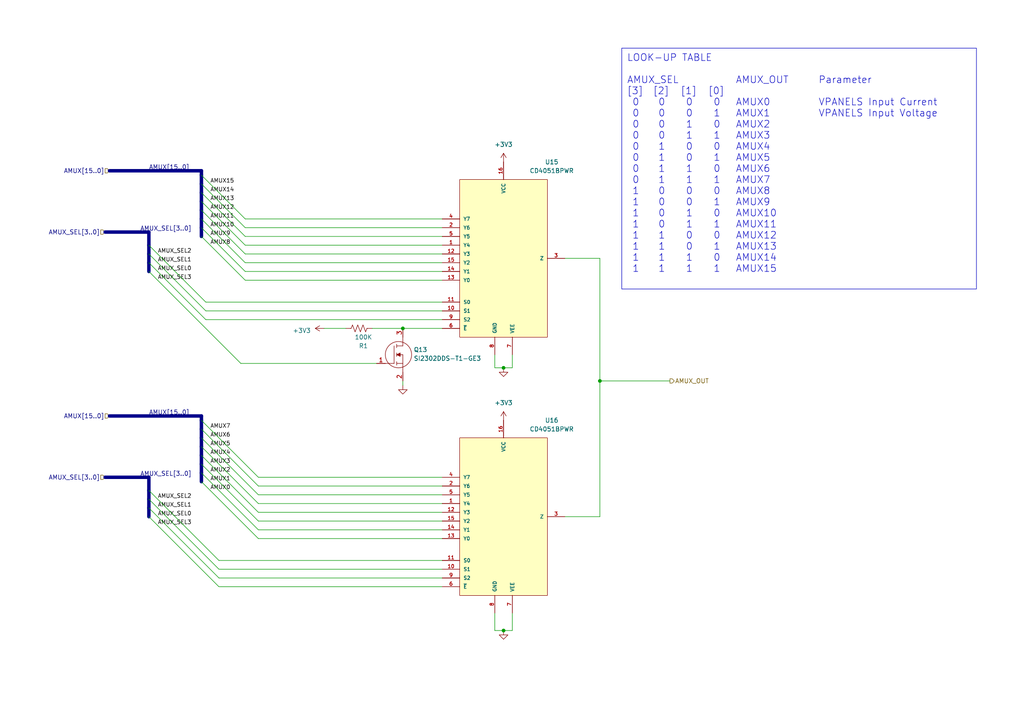
<source format=kicad_sch>
(kicad_sch (version 20230121) (generator eeschema)
  (paper "A4")
  (lib_symbols
    (symbol "CD4051BPWR:CD4051BPWR" (pin_names (offset 1.016))
      (property "Reference" "U" (at 15.494 21.844 0))
      (property "Value" "CD4051BPWR" (at 15.494 19.558 0))
      (symbol "CD4051BPWR_1_0"
        (rectangle (start -12.7 22.86) (end 12.7 -22.86) (fill (type background)))
        (pin bidirectional line (at -17.78 3.81 0) (length 5.08) (name "Y4") (number "1"))
        (pin bidirectional line (at -17.78 -15.24 0) (length 5.08) (name "S1") (number "10"))
        (pin bidirectional line (at -17.78 -12.7 0) (length 5.08) (name "S0") (number "11"))
        (pin bidirectional line (at -17.78 1.27 0) (length 5.08) (name "Y3") (number "12"))
        (pin bidirectional line (at -17.78 -6.35 0) (length 5.08) (name "Y0") (number "13"))
        (pin bidirectional line (at -17.78 -3.81 0) (length 5.08) (name "Y1") (number "14"))
        (pin bidirectional line (at -17.78 -1.27 0) (length 5.08) (name "Y2") (number "15"))
        (pin power_in line (at 0 27.94 270) (length 5.08) (name "VCC") (number "16"))
        (pin bidirectional line (at -17.78 8.89 0) (length 5.08) (name "Y6") (number "2"))
        (pin bidirectional line (at 17.78 0 180) (length 5.08) (name "Z") (number "3"))
        (pin bidirectional line (at -17.78 11.43 0) (length 5.08) (name "Y7") (number "4"))
        (pin bidirectional line (at -17.78 6.35 0) (length 5.08) (name "Y5") (number "5"))
        (pin bidirectional line (at -17.78 -20.32 0) (length 5.08) (name "~{E}") (number "6"))
        (pin power_in line (at 2.54 -27.94 90) (length 5.08) (name "VEE") (number "7"))
        (pin power_in line (at -2.54 -27.94 90) (length 5.08) (name "GND") (number "8"))
        (pin bidirectional line (at -17.78 -17.78 0) (length 5.08) (name "S2") (number "9"))
      )
    )
    (symbol "CRCW0603100KFKEAHP:CRCW0603100KFKEAHP" (pin_numbers hide) (pin_names (offset 0.762) hide)
      (property "Reference" "R" (at 3.81 5.08 0))
      (property "Value" "100k" (at 3.81 2.54 0))
      (symbol "CRCW0603100KFKEAHP_0_1"
        (polyline (pts (xy 4.064 0) (xy 3.81 0)))
        (polyline (pts (xy 8.636 0) (xy 8.89 0)))
        (polyline (pts (xy 4.064 0) (xy 4.445 1.016) (xy 4.826 0) (xy 5.207 -1.016) (xy 5.588 0)))
        (polyline (pts (xy 5.588 0) (xy 5.969 1.016) (xy 6.35 0) (xy 6.731 -1.016) (xy 7.112 0)))
        (polyline (pts (xy 7.112 0) (xy 7.493 1.016) (xy 7.874 0) (xy 8.255 -1.016) (xy 8.636 0)))
      )
      (symbol "CRCW0603100KFKEAHP_1_1"
        (pin passive line (at 2.54 0 0) (length 1.27) (name "") (number "1"))
        (pin passive line (at 10.16 0 180) (length 1.27) (name "") (number "2"))
      )
    )
    (symbol "SI2302DDS-T1-GE3:SI2302DDS-T1-GE3" (pin_names hide)
      (property "Reference" "Q" (at 11.43 3.81 0))
      (property "Value" "SI2302DDS-T1-GE3" (at 11.43 1.27 0))
      (symbol "SI2302DDS-T1-GE3_1_1"
        (polyline (pts (xy 2.54 0) (xy 5.08 0)))
        (polyline (pts (xy 5.08 5.08) (xy 5.08 0)))
        (polyline (pts (xy 5.842 -0.508) (xy 5.842 0.508)))
        (polyline (pts (xy 5.842 0) (xy 7.62 0)))
        (polyline (pts (xy 5.842 2.032) (xy 5.842 3.048)))
        (polyline (pts (xy 5.842 5.588) (xy 5.842 4.572)))
        (polyline (pts (xy 7.62 2.54) (xy 5.842 2.54)))
        (polyline (pts (xy 7.62 2.54) (xy 7.62 -2.54)))
        (polyline (pts (xy 7.62 5.08) (xy 5.842 5.08)))
        (polyline (pts (xy 7.62 5.08) (xy 7.62 7.62)))
        (polyline (pts (xy 5.842 2.54) (xy 6.858 3.048) (xy 6.858 2.032) (xy 5.842 2.54)) (fill (type outline)))
        (circle (center 6.35 2.54) (radius 3.81))
        (pin passive line (at 0 0 0) (length 2.54) (name "G") (number "1"))
        (pin passive line (at 7.62 -5.08 90) (length 2.54) (name "S") (number "2"))
        (pin passive line (at 7.62 10.16 270) (length 2.54) (name "D") (number "3"))
      )
    )
    (symbol "power:+3V3" (power) (pin_names (offset 0))
      (property "Value" "+3V3" (at 0 3.556 0))
      (symbol "+3V3_0_1"
        (polyline (pts (xy -0.762 1.27) (xy 0 2.54)))
        (polyline (pts (xy 0 0) (xy 0 2.54)))
        (polyline (pts (xy 0 2.54) (xy 0.762 1.27)))
      )
      (symbol "+3V3_1_1"
        (pin power_in line (at 0 0 90) (length 0) hide (name "+3V3") (number "1"))
      )
    )
    (symbol "power:GND" (power) (pin_names (offset 0))
      (property "Value" "GND" (at 0 -3.81 0))
      (symbol "GND_0_1"
        (polyline (pts (xy 0 0) (xy 0 -1.27) (xy 1.27 -1.27) (xy 0 -2.54) (xy -1.27 -1.27) (xy 0 -1.27)))
      )
      (symbol "GND_1_1"
        (pin power_in line (at 0 0 270) (length 0) hide (name "GND") (number "1"))
      )
    )
  )
  (junction (at 173.99 110.49))
  (junction (at 146.05 106.68))
  (junction (at 146.05 182.88))
  (junction (at 116.84 95.25))
  (bus_entry (at 43.18 76.2) (size 2.54 2.54))
  (bus_entry (at 58.42 66.04) (size 2.54 2.54))
  (bus_entry (at 43.18 73.66) (size 2.54 2.54))
  (bus_entry (at 58.42 129.54) (size 2.54 2.54))
  (bus_entry (at 58.42 68.58) (size 2.54 2.54))
  (bus_entry (at 43.18 147.32) (size 2.54 2.54))
  (bus_entry (at 58.42 134.62) (size 2.54 2.54))
  (bus_entry (at 58.42 137.16) (size 2.54 2.54))
  (bus_entry (at 43.18 78.74) (size 2.54 2.54))
  (bus_entry (at 43.18 144.78) (size 2.54 2.54))
  (bus_entry (at 43.18 71.12) (size 2.54 2.54))
  (bus_entry (at 58.42 50.8) (size 2.54 2.54))
  (bus_entry (at 58.42 127) (size 2.54 2.54))
  (bus_entry (at 58.42 63.5) (size 2.54 2.54))
  (bus_entry (at 58.42 60.96) (size 2.54 2.54))
  (bus_entry (at 58.42 124.46) (size 2.54 2.54))
  (bus_entry (at 43.18 149.86) (size 2.54 2.54))
  (bus_entry (at 58.42 121.92) (size 2.54 2.54))
  (bus_entry (at 58.42 139.7) (size 2.54 2.54))
  (bus_entry (at 58.42 55.88) (size 2.54 2.54))
  (bus_entry (at 58.42 58.42) (size 2.54 2.54))
  (bus_entry (at 43.18 142.24) (size 2.54 2.54))
  (bus_entry (at 58.42 53.34) (size 2.54 2.54))
  (bus_entry (at 58.42 132.08) (size 2.54 2.54))
  (wire (pts (xy 128.27 87.63) (xy 59.69 87.63)))
  (wire (pts (xy 71.12 76.2) (xy 60.96 66.04)))
  (bus (pts (xy 43.18 76.2) (xy 43.18 78.74)) (stroke (width 1)))
  (wire (pts (xy 173.99 149.86) (xy 173.99 110.49)))
  (bus (pts (xy 43.18 142.24) (xy 43.18 144.78)) (stroke (width 1)))
  (bus (pts (xy 30.48 138.43) (xy 43.18 138.43)) (stroke (width 1)))
  (bus (pts (xy 58.42 134.62) (xy 58.42 137.16)) (stroke (width 1)))
  (bus (pts (xy 30.48 67.31) (xy 43.18 67.31)) (stroke (width 1)))
  (wire (pts (xy 128.27 151.13) (xy 74.93 151.13)))
  (bus (pts (xy 43.18 73.66) (xy 43.18 76.2)) (stroke (width 1)))
  (bus (pts (xy 58.42 127) (xy 58.42 129.54)) (stroke (width 1)))
  (wire (pts (xy 74.93 138.43) (xy 60.96 124.46)))
  (wire (pts (xy 74.93 156.21) (xy 60.96 142.24)))
  (wire (pts (xy 148.59 106.68) (xy 146.05 106.68)))
  (wire (pts (xy 143.51 106.68) (xy 146.05 106.68)))
  (wire (pts (xy 128.27 76.2) (xy 71.12 76.2)))
  (bus (pts (xy 58.42 68.58) (xy 58.42 66.04)) (stroke (width 1)))
  (wire (pts (xy 74.93 151.13) (xy 60.96 137.16)))
  (bus (pts (xy 58.42 53.34) (xy 58.42 50.8)) (stroke (width 1)))
  (bus (pts (xy 43.18 71.12) (xy 43.18 73.66)) (stroke (width 1)))
  (wire (pts (xy 59.69 92.71) (xy 45.72 78.74)))
  (wire (pts (xy 59.69 90.17) (xy 45.72 76.2)))
  (wire (pts (xy 128.27 143.51) (xy 74.93 143.51)))
  (wire (pts (xy 71.12 81.28) (xy 60.96 71.12)))
  (wire (pts (xy 128.27 92.71) (xy 59.69 92.71)))
  (wire (pts (xy 128.27 156.21) (xy 74.93 156.21)))
  (wire (pts (xy 143.51 102.87) (xy 143.51 106.68)))
  (bus (pts (xy 58.42 121.92) (xy 58.42 124.46)) (stroke (width 1)))
  (bus (pts (xy 43.18 144.78) (xy 43.18 147.32)) (stroke (width 1)))
  (wire (pts (xy 173.99 110.49) (xy 194.31 110.49)))
  (bus (pts (xy 58.42 120.65) (xy 58.42 121.92)) (stroke (width 1)))
  (wire (pts (xy 69.85 105.41) (xy 45.72 81.28)))
  (wire (pts (xy 74.93 148.59) (xy 60.96 134.62)))
  (bus (pts (xy 43.18 138.43) (xy 43.18 142.24)) (stroke (width 1)))
  (wire (pts (xy 128.27 66.04) (xy 71.12 66.04)))
  (wire (pts (xy 71.12 78.74) (xy 60.96 68.58)))
  (wire (pts (xy 74.93 153.67) (xy 60.96 139.7)))
  (bus (pts (xy 43.18 147.32) (xy 43.18 149.86)) (stroke (width 1)))
  (wire (pts (xy 173.99 74.93) (xy 163.83 74.93)))
  (bus (pts (xy 58.42 137.16) (xy 58.42 139.7)) (stroke (width 1)))
  (wire (pts (xy 109.22 105.41) (xy 69.85 105.41)))
  (wire (pts (xy 74.93 143.51) (xy 60.96 129.54)))
  (wire (pts (xy 143.51 177.8) (xy 143.51 182.88)))
  (bus (pts (xy 58.42 50.8) (xy 58.42 49.53)) (stroke (width 1)))
  (wire (pts (xy 148.59 177.8) (xy 148.59 182.88)))
  (bus (pts (xy 31.75 120.65) (xy 58.42 120.65)) (stroke (width 1)))
  (bus (pts (xy 43.18 67.31) (xy 43.18 71.12)) (stroke (width 1)))
  (bus (pts (xy 58.42 132.08) (xy 58.42 134.62)) (stroke (width 1)))
  (wire (pts (xy 128.27 71.12) (xy 71.12 71.12)))
  (wire (pts (xy 128.27 170.18) (xy 63.5 170.18)))
  (wire (pts (xy 128.27 153.67) (xy 74.93 153.67)))
  (wire (pts (xy 128.27 162.56) (xy 63.5 162.56)))
  (wire (pts (xy 128.27 138.43) (xy 74.93 138.43)))
  (wire (pts (xy 63.5 167.64) (xy 45.72 149.86)))
  (wire (pts (xy 143.51 182.88) (xy 146.05 182.88)))
  (wire (pts (xy 74.93 140.97) (xy 60.96 127)))
  (bus (pts (xy 58.42 129.54) (xy 58.42 132.08)) (stroke (width 1)))
  (wire (pts (xy 107.95 95.25) (xy 116.84 95.25)))
  (wire (pts (xy 148.59 182.88) (xy 146.05 182.88)))
  (wire (pts (xy 59.69 87.63) (xy 45.72 73.66)))
  (wire (pts (xy 128.27 78.74) (xy 71.12 78.74)))
  (wire (pts (xy 173.99 149.86) (xy 163.83 149.86)))
  (wire (pts (xy 63.5 170.18) (xy 45.72 152.4)))
  (wire (pts (xy 116.84 95.25) (xy 128.27 95.25)))
  (wire (pts (xy 128.27 73.66) (xy 71.12 73.66)))
  (wire (pts (xy 71.12 63.5) (xy 60.96 53.34)))
  (wire (pts (xy 128.27 81.28) (xy 71.12 81.28)))
  (wire (pts (xy 128.27 165.1) (xy 63.5 165.1)))
  (wire (pts (xy 173.99 74.93) (xy 173.99 110.49)))
  (bus (pts (xy 58.42 58.42) (xy 58.42 55.88)) (stroke (width 1)))
  (wire (pts (xy 128.27 63.5) (xy 71.12 63.5)))
  (wire (pts (xy 71.12 73.66) (xy 60.96 63.5)))
  (bus (pts (xy 58.42 66.04) (xy 58.42 63.5)) (stroke (width 1)))
  (wire (pts (xy 128.27 148.59) (xy 74.93 148.59)))
  (wire (pts (xy 128.27 140.97) (xy 74.93 140.97)))
  (wire (pts (xy 128.27 68.58) (xy 71.12 68.58)))
  (wire (pts (xy 63.5 162.56) (xy 45.72 144.78)))
  (bus (pts (xy 58.42 124.46) (xy 58.42 127)) (stroke (width 1)))
  (wire (pts (xy 128.27 167.64) (xy 63.5 167.64)))
  (wire (pts (xy 63.5 165.1) (xy 45.72 147.32)))
  (wire (pts (xy 93.98 95.25) (xy 100.33 95.25)))
  (wire (pts (xy 148.59 102.87) (xy 148.59 106.68)))
  (bus (pts (xy 58.42 63.5) (xy 58.42 60.96)) (stroke (width 1)))
  (bus (pts (xy 31.75 49.53) (xy 58.42 49.53)) (stroke (width 1)))
  (wire (pts (xy 116.84 110.49) (xy 116.84 111.76)))
  (wire (pts (xy 74.93 146.05) (xy 60.96 132.08)))
  (wire (pts (xy 71.12 68.58) (xy 60.96 58.42)))
  (wire (pts (xy 71.12 71.12) (xy 60.96 60.96)))
  (bus (pts (xy 58.42 60.96) (xy 58.42 58.42)) (stroke (width 1)))
  (bus (pts (xy 58.42 55.88) (xy 58.42 53.34)) (stroke (width 1)))
  (wire (pts (xy 128.27 90.17) (xy 59.69 90.17)))
  (wire (pts (xy 71.12 66.04) (xy 60.96 55.88)))
  (wire (pts (xy 128.27 146.05) (xy 74.93 146.05)))
  (text_box "LOOK-UP TABLE \n\nAMUX_SEL     	AMUX_OUT	Parameter\n[3]	[2]	[1]	[0]		\n 0	 0	 0	 0	AMUX0		VPANELS Input Current\n 0	 0 	 0	 1	AMUX1		VPANELS Input Voltage\n 0	 0	 1	 0	AMUX2\n 0	 0	 1	 1	AMUX3\n 0	 1	 0	 0	AMUX4	\n 0	 1	 0	 1	AMUX5\n 0	 1	 1	 0	AMUX6\n 0	 1	 1	 1	AMUX7\n 1	 0	 0	 0	AMUX8\n 1	 0	 0	 1	AMUX9\n 1	 0	 1	 0	AMUX10\n 1	 0	 1	 1	AMUX11\n 1	 1	 0	 0	AMUX12\n 1	 1	 0	 1	AMUX13\n 1	 1	 1	 0	AMUX14\n 1	 1	 1	 1	AMUX15" (at 180.34 13.97 0) (size 102.87 69.85) (effects (font (size 2 2)) (justify left top)))
  (label "AMUX_SEL[3..0]" (at 40.64 67.31 0))
  (label "AMUX5" (at 60.96 129.54 0) (effects (font (size 1.15 1.15))))
  (label "AMUX4" (at 60.96 132.08 0) (effects (font (size 1.15 1.15))))
  (label "AMUX1" (at 60.96 139.7 0) (effects (font (size 1.15 1.15))))
  (label "AMUX10" (at 60.96 66.04 0) (effects (font (size 1.15 1.15))))
  (label "AMUX[15..0]" (at 43.18 49.53 0))
  (label "AMUX6" (at 60.96 127 0) (effects (font (size 1.15 1.15))))
  (label "AMUX_SEL0" (at 45.72 78.74 0) (effects (font (size 1.15 1.15))))
  (label "AMUX2" (at 60.96 137.16 0) (effects (font (size 1.15 1.15))))
  (label "AMUX_SEL2" (at 45.72 73.66 0) (effects (font (size 1.15 1.15))))
  (label "AMUX12" (at 60.96 60.96 0) (effects (font (size 1.15 1.15))))
  (label "AMUX_SEL[3..0]" (at 40.64 138.43 0))
  (label "AMUX11" (at 60.96 63.5 0) (effects (font (size 1.15 1.15))))
  (label "AMUX13" (at 60.96 58.42 0) (effects (font (size 1.15 1.15))))
  (label "AMUX_SEL3" (at 45.72 152.4 0) (effects (font (size 1.15 1.15))))
  (label "AMUX15" (at 60.96 53.34 0) (effects (font (size 1.15 1.15))))
  (label "AMUX0" (at 60.96 142.24 0) (effects (font (size 1.15 1.15))))
  (label "AMUX_SEL1" (at 45.72 76.2 0) (effects (font (size 1.15 1.15))))
  (label "AMUX_SEL2" (at 45.72 144.78 0) (effects (font (size 1.15 1.15))))
  (label "AMUX[15..0]" (at 43.18 120.65 0))
  (label "AMUX_SEL3" (at 45.72 81.28 0) (effects (font (size 1.15 1.15))))
  (label "AMUX8" (at 60.96 71.12 0) (effects (font (size 1.15 1.15))))
  (label "AMUX_SEL0" (at 45.72 149.86 0) (effects (font (size 1.15 1.15))))
  (label "AMUX9" (at 60.96 68.58 0) (effects (font (size 1.15 1.15))))
  (label "AMUX3" (at 60.96 134.62 0) (effects (font (size 1.15 1.15))))
  (label "AMUX14" (at 60.96 55.88 0) (effects (font (size 1.15 1.15))))
  (label "AMUX_SEL1" (at 45.72 147.32 0) (effects (font (size 1.15 1.15))))
  (label "AMUX7" (at 60.96 124.46 0) (effects (font (size 1.15 1.15))))
  (hierarchical_label "AMUX_OUT" (shape output) (at 194.31 110.49 0))
  (hierarchical_label "AMUX[15..0]" (shape input) (at 31.75 49.53 180))
  (hierarchical_label "AMUX_SEL[3..0]" (shape input) (at 30.48 138.43 180))
  (hierarchical_label "AMUX[15..0]" (shape input) (at 31.75 120.65 180))
  (hierarchical_label "AMUX_SEL[3..0]" (shape input) (at 30.48 67.31 180))
  (symbol (lib_id "power:+3V3") (at 146.05 46.99 0) (unit 1)
    (property "Reference" "#PWR063" (effects hide))
    (property "Value" "+3V3" (at 146.05 41.91 0))
  )
  (symbol (lib_id "power:GND") (at 116.84 111.76 0) (unit 1)
    (property "Reference" "#PWR082" (effects hide))
    (property "Value" "Earth" (effects hide))
    (instances (project "eps-re_project" (path "" (reference "#PWR082") (unit 1)) (path "" (reference "#PWR098") (unit 1)) (path "" (reference "#PWR043") (unit 1))) (project "EPSpg3" (path "" (reference "#PWR019") (unit 1))))
  )
  (symbol (lib_id "power:GND") (at 146.05 106.68 0) (unit 1)
    (property "Reference" "#PWR082" (effects hide))
    (property "Value" "Earth" (effects hide))
    (instances (project "eps-re_project" (path "" (reference "#PWR082") (unit 1)) (path "" (reference "#PWR098") (unit 1)) (path "" (reference "#PWR029") (unit 1))) (project "EPSpg3" (path "" (reference "#PWR019") (unit 1))))
  )
  (symbol (lib_id "CRCW0603100KFKEAHP:CRCW0603100KFKEAHP") (at 110.49 95.25 180) (unit 1)
    (property "Reference" "R1" (at 105.41 100.33 0))
    (property "Value" "100K" (at 105.41 97.79 0))
    (property "Footprint" "footprints:CRCW0603100KFKEAHP" (effects hide))
    (property "Datasheet" "http://uk.rs-online.com/web/p/products/1823583" (effects hide))
    (property "Description" "VISHAY - CRCW0603100KFKEAHP - SMD Chip Resistor, 0603 [1608 Metric], 100 kohm, CRCW-HP e3 Series, 75 V, Thick Film, 250 mW" (effects hide))
    (property "Height" "0.55" (effects hide))
    (property "Manufacturer_Name" "Vishay" (effects hide))
    (property "Manufacturer_Part_Number" "CRCW0603100KFKEAHP" (effects hide))
    (property "Mouser Part Number" "71-CRCW0603100KFKEAH" (effects hide))
    (property "Mouser Price/Stock" "https://www.mouser.co.uk/ProductDetail/Vishay-Dale/CRCW0603100KFKEAHP?qs=niDbCuOAQ0Uxys8g4tQWNQ%3D%3D" (effects hide))
    (property "Arrow Part Number" "CRCW0603100KFKEAHP" (effects hide))
    (property "Arrow Price/Stock" "https://www.arrow.com/en/products/crcw0603100kfkeahp/vishay?region=nac" (effects hide))
    (instances (project "Multiplex" (path "" (reference "R1") (unit 1))) (project "eps-re_project" (path "" (reference "R83") (unit 1))) (project "Multiplex" (path "" (reference "R1") (unit 1))))
  )
  (symbol (lib_id "power:GND") (at 146.05 182.88 0) (unit 1)
    (property "Reference" "#PWR082" (effects hide))
    (property "Value" "Earth" (effects hide))
    (instances (project "eps-re_project" (path "" (reference "#PWR082") (unit 1)) (path "" (reference "#PWR098") (unit 1)) (path "" (reference "#PWR030") (unit 1))) (project "EPSpg3" (path "" (reference "#PWR019") (unit 1))))
  )
  (symbol (lib_id "SI2302DDS-T1-GE3:SI2302DDS-T1-GE3") (at 109.22 105.41 0) (unit 1)
    (property "Reference" "Q13" (at 119.9775 101.4231 0) (effects (justify left)))
    (property "Value" "SI2302DDS-T1-GE3" (at 119.9775 103.9631 0) (effects (justify left)))
    (property "Footprint" "footprints:SI2302DDS-T1-GE3" (effects hide))
    (property "Datasheet" "http://www.vishay.com/docs/63653/si2302dds.pdf" (effects hide))
    (property "Height" "1.12" (effects hide))
    (property "Mouser Part Number" "78-SI2302DDS-T1-GE3" (effects hide))
    (property "Mouser Price/Stock" "https://www.mouser.co.uk/ProductDetail/Vishay-Semiconductors/SI2302DDS-T1-GE3?qs=MxnWX8BLHKdaCSNWhg%252BxLA%3D%3D" (effects hide))
    (property "Manufacturer_Name" "Vishay" (effects hide))
    (property "Manufacturer_Part_Number" "SI2302DDS-T1-GE3" (effects hide))
  )
  (symbol (lib_id "CD4051BPWR:CD4051BPWR") (at 146.05 149.86 0) (unit 1)
    (property "Reference" "U16" (at 160.02 121.92 0))
    (property "Value" "CD4051BPWR" (at 160.02 124.46 0))
    (property "Footprint" "footprints:CD4051BPWR" (effects hide))
    (property "Datasheet" "https://www.ti.com/lit/ds/symlink/cd4051b.pdf?ts=1685905129974&ref_url=https%253A%252F%252Fwww.ti.com%252Fproduct%252FCD4051B" (effects hide))
  )
  (symbol (lib_id "power:+3V3") (at 146.05 121.92 0) (unit 1)
    (property "Reference" "#PWR051" (effects hide))
    (property "Value" "+3V3" (at 146.05 116.84 0))
  )
  (symbol (lib_id "power:+3V3") (at 93.98 95.25 90) (unit 1)
    (property "Reference" "#PWR073" (effects hide))
    (property "Value" "+3V3" (at 90.17 95.885 90) (effects (justify left)))
  )
  (symbol (lib_id "CD4051BPWR:CD4051BPWR") (at 146.05 74.93 0) (unit 1)
    (property "Reference" "U15" (at 160.02 46.99 0))
    (property "Value" "CD4051BPWR" (at 160.02 49.53 0))
    (property "Footprint" "footprints:CD4051BPWR" (effects hide))
    (property "Datasheet" "https://www.ti.com/lit/ds/symlink/cd4051b.pdf?ts=1685905129974&ref_url=https%253A%252F%252Fwww.ti.com%252Fproduct%252FCD4051B" (effects hide))
  )
)
</source>
